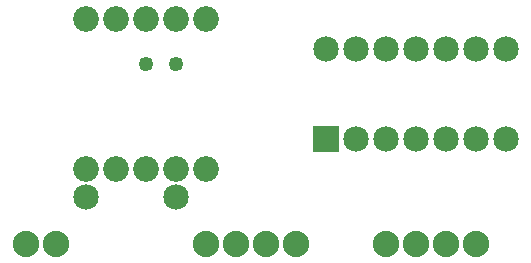
<source format=gts>
G04 MADE WITH FRITZING*
G04 WWW.FRITZING.ORG*
G04 DOUBLE SIDED*
G04 HOLES PLATED*
G04 CONTOUR ON CENTER OF CONTOUR VECTOR*
%ASAXBY*%
%FSLAX23Y23*%
%MOIN*%
%OFA0B0*%
%SFA1.0B1.0*%
%ADD10C,0.085000*%
%ADD11C,0.086000*%
%ADD12C,0.088000*%
%ADD13C,0.049370*%
%ADD14R,0.085000X0.085000*%
%LNMASK1*%
G90*
G70*
G54D10*
X439Y261D03*
X739Y261D03*
G54D11*
X439Y356D03*
X539Y356D03*
X639Y356D03*
X739Y356D03*
X839Y356D03*
X439Y856D03*
X539Y856D03*
X639Y856D03*
X739Y856D03*
X839Y856D03*
G54D10*
X1239Y456D03*
X1239Y756D03*
X1339Y456D03*
X1339Y756D03*
X1439Y456D03*
X1439Y756D03*
X1539Y456D03*
X1539Y756D03*
X1639Y456D03*
X1639Y756D03*
X1739Y456D03*
X1739Y756D03*
X1839Y456D03*
X1839Y756D03*
G54D12*
X839Y106D03*
X939Y106D03*
X1039Y106D03*
X1139Y106D03*
X239Y106D03*
X339Y106D03*
X1439Y106D03*
X1539Y106D03*
X1639Y106D03*
X1739Y106D03*
G54D13*
X639Y706D03*
X739Y706D03*
G54D14*
X1239Y456D03*
G04 End of Mask1*
M02*
</source>
